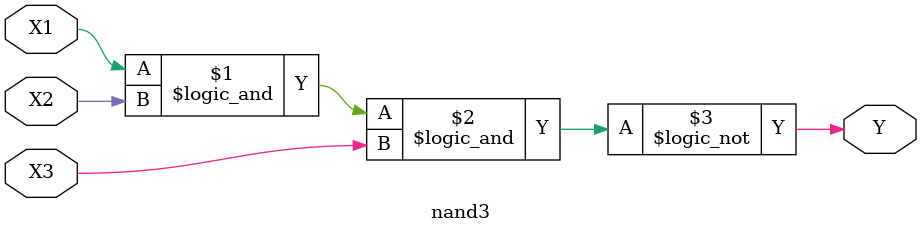
<source format=v>
`timescale 1ns / 1ps
module nand3(
    output Y,
    input X1,
    input X2,
	input X3
    );
	
	assign Y = !(X1 && X2 && X3);

endmodule

</source>
